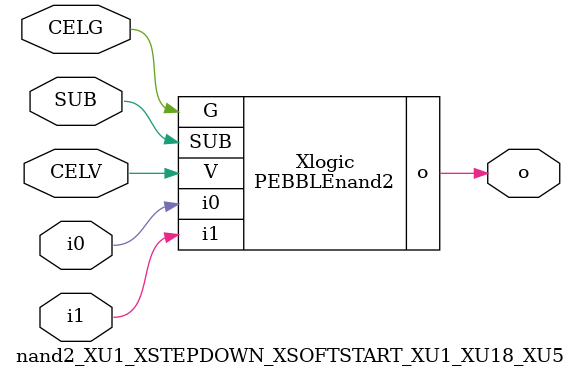
<source format=v>



module PEBBLEnand2 ( o, G, SUB, V, i0, i1 );

  input i0;
  input V;
  input i1;
  input G;
  output o;
  input SUB;
endmodule

//Celera Confidential Do Not Copy nand2_XU1_XSTEPDOWN_XSOFTSTART_XU1_XU18_XU5
//Celera Confidential Symbol Generator
//5V NAND2
module nand2_XU1_XSTEPDOWN_XSOFTSTART_XU1_XU18_XU5 (CELV,CELG,i0,i1,o,SUB);
input CELV;
input CELG;
input i0;
input i1;
input SUB;
output o;

//Celera Confidential Do Not Copy nand2
PEBBLEnand2 Xlogic(
.V (CELV),
.i0 (i0),
.i1 (i1),
.o (o),
.SUB (SUB),
.G (CELG)
);
//,diesize,PEBBLEnand2

//Celera Confidential Do Not Copy Module End
//Celera Schematic Generator
endmodule

</source>
